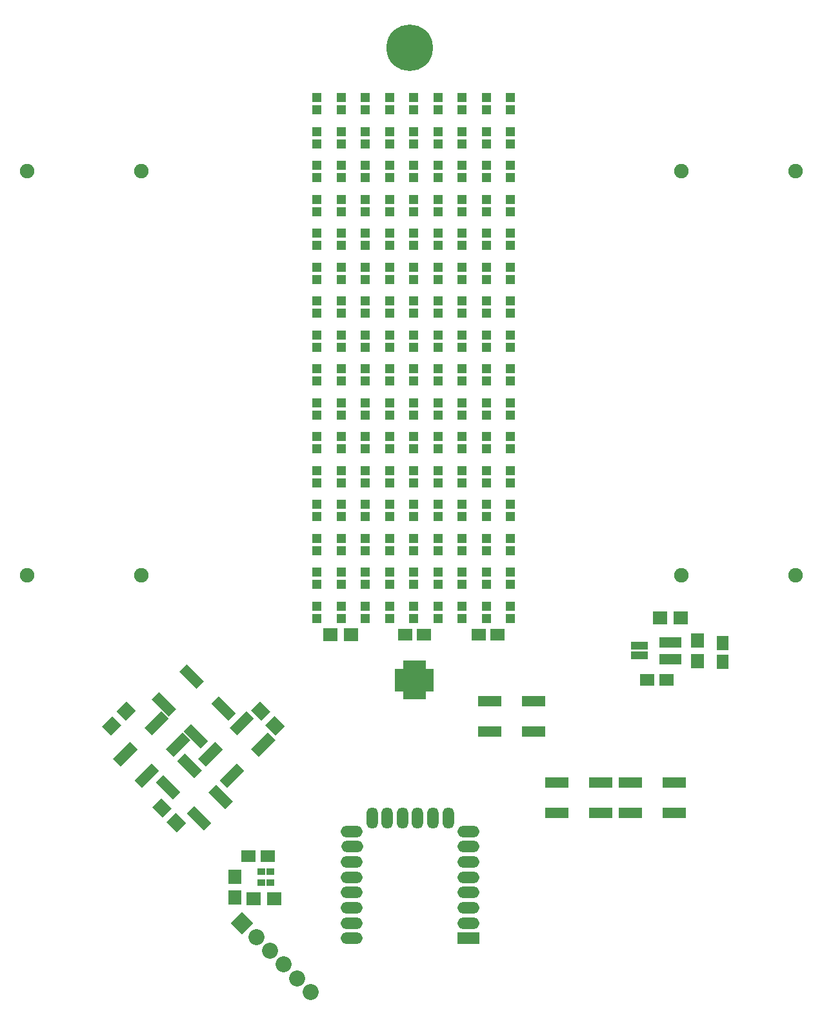
<source format=gts>
G04 #@! TF.FileFunction,Soldermask,Top*
%FSLAX46Y46*%
G04 Gerber Fmt 4.6, Leading zero omitted, Abs format (unit mm)*
G04 Created by KiCad (PCBNEW 4.0.4-stable) date 05/15/17 11:58:30*
%MOMM*%
%LPD*%
G01*
G04 APERTURE LIST*
%ADD10C,0.100000*%
%ADD11C,1.900000*%
%ADD12R,1.200000X1.200000*%
%ADD13R,1.900000X1.650000*%
%ADD14R,1.900000X1.700000*%
%ADD15C,2.100000*%
%ADD16C,6.100000*%
%ADD17R,2.900000X1.500000*%
%ADD18O,2.900000X1.500000*%
%ADD19O,1.500000X2.800000*%
%ADD20R,1.700000X1.900000*%
%ADD21R,0.600000X1.200000*%
%ADD22R,1.200000X0.600000*%
%ADD23R,1.600000X1.600000*%
%ADD24R,1.000000X0.850000*%
%ADD25R,3.150000X1.400000*%
%ADD26R,1.050000X1.460000*%
%ADD27R,1.650000X1.900000*%
%ADD28R,2.200000X1.000000*%
G04 APERTURE END LIST*
D10*
G36*
X57116135Y-115925414D02*
X58106085Y-114935464D01*
X60333471Y-117162850D01*
X59343521Y-118152800D01*
X57116135Y-115925414D01*
X57116135Y-115925414D01*
G37*
G36*
X52924406Y-111733685D02*
X53914356Y-110743735D01*
X56141742Y-112971121D01*
X55151792Y-113961071D01*
X52924406Y-111733685D01*
X52924406Y-111733685D01*
G37*
G36*
X49275735Y-115382356D02*
X50265685Y-114392406D01*
X52493071Y-116619792D01*
X51503121Y-117609742D01*
X49275735Y-115382356D01*
X49275735Y-115382356D01*
G37*
G36*
X53467464Y-119574085D02*
X54457414Y-118584135D01*
X56684800Y-120811521D01*
X55694850Y-121801471D01*
X53467464Y-119574085D01*
X53467464Y-119574085D01*
G37*
D11*
X118738000Y-46060000D03*
X133738000Y-46060000D03*
X133738000Y-99060000D03*
X118738000Y-99060000D03*
X32886000Y-46060000D03*
X47886000Y-46060000D03*
X47886000Y-99060000D03*
X32886000Y-99060000D03*
D12*
X96378000Y-38071000D03*
X96378000Y-36471000D03*
X96378000Y-42516000D03*
X96378000Y-40916000D03*
X96378000Y-46961000D03*
X96378000Y-45361000D03*
X96378000Y-51406000D03*
X96378000Y-49806000D03*
X96378000Y-55851000D03*
X96378000Y-54251000D03*
X96378000Y-60296000D03*
X96378000Y-58696000D03*
X96378000Y-64741000D03*
X96378000Y-63141000D03*
X96378000Y-69186000D03*
X96378000Y-67586000D03*
X96378000Y-73631000D03*
X96378000Y-72031000D03*
X96378000Y-78076000D03*
X96378000Y-76476000D03*
X96378000Y-82521000D03*
X96378000Y-80921000D03*
X96378000Y-86966000D03*
X96378000Y-85366000D03*
X96378000Y-91411000D03*
X96378000Y-89811000D03*
X96378000Y-95856000D03*
X96378000Y-94256000D03*
X96378000Y-100301000D03*
X96378000Y-98701000D03*
X96378000Y-104746000D03*
X96378000Y-103146000D03*
D13*
X92158500Y-106870500D03*
X94658500Y-106870500D03*
D12*
X93203000Y-38071000D03*
X93203000Y-36471000D03*
X93203000Y-42516000D03*
X93203000Y-40916000D03*
X93203000Y-46961000D03*
X93203000Y-45361000D03*
X93203000Y-51406000D03*
X93203000Y-49806000D03*
X93203000Y-55851000D03*
X93203000Y-54251000D03*
X93203000Y-60296000D03*
X93203000Y-58696000D03*
X93203000Y-64741000D03*
X93203000Y-63141000D03*
X93203000Y-69186000D03*
X93203000Y-67586000D03*
X93203000Y-73631000D03*
X93203000Y-72031000D03*
X93203000Y-78076000D03*
X93203000Y-76476000D03*
X93203000Y-82521000D03*
X93203000Y-80921000D03*
X93203000Y-86966000D03*
X93203000Y-85366000D03*
X93203000Y-91411000D03*
X93203000Y-89811000D03*
X93203000Y-95856000D03*
X93203000Y-94256000D03*
X93203000Y-100301000D03*
X93203000Y-98701000D03*
X93203000Y-104746000D03*
X93203000Y-103146000D03*
D13*
X85006500Y-106870500D03*
X82506500Y-106870500D03*
D12*
X90028000Y-38071000D03*
X90028000Y-36471000D03*
X90028000Y-42516000D03*
X90028000Y-40916000D03*
X90028000Y-46961000D03*
X90028000Y-45361000D03*
X90028000Y-51406000D03*
X90028000Y-49806000D03*
X90028000Y-55851000D03*
X90028000Y-54251000D03*
X90028000Y-60296000D03*
X90028000Y-58696000D03*
X90028000Y-64741000D03*
X90028000Y-63141000D03*
X90028000Y-69186000D03*
X90028000Y-67586000D03*
X90028000Y-73631000D03*
X90028000Y-72031000D03*
X90028000Y-78076000D03*
X90028000Y-76476000D03*
X90028000Y-82521000D03*
X90028000Y-80921000D03*
X90028000Y-86966000D03*
X90028000Y-85366000D03*
X90028000Y-91411000D03*
X90028000Y-89811000D03*
X90028000Y-95856000D03*
X90028000Y-94256000D03*
X90028000Y-100301000D03*
X90028000Y-98701000D03*
X90028000Y-104746000D03*
X90028000Y-103146000D03*
X86853000Y-38071000D03*
X86853000Y-36471000D03*
X86853000Y-42516000D03*
X86853000Y-40916000D03*
X86853000Y-46961000D03*
X86853000Y-45361000D03*
X86853000Y-51406000D03*
X86853000Y-49806000D03*
X86853000Y-55851000D03*
X86853000Y-54251000D03*
X86853000Y-60296000D03*
X86853000Y-58696000D03*
X86853000Y-64741000D03*
X86853000Y-63141000D03*
X86853000Y-69186000D03*
X86853000Y-67586000D03*
X86853000Y-73631000D03*
X86853000Y-72031000D03*
X86853000Y-78076000D03*
X86853000Y-76476000D03*
X86853000Y-82521000D03*
X86853000Y-80921000D03*
X86853000Y-86966000D03*
X86853000Y-85366000D03*
X86853000Y-91411000D03*
X86853000Y-89811000D03*
X86853000Y-95856000D03*
X86853000Y-94256000D03*
X86853000Y-100301000D03*
X86853000Y-98701000D03*
X86853000Y-104746000D03*
X86853000Y-103146000D03*
X83678000Y-38071000D03*
X83678000Y-36471000D03*
X83678000Y-42516000D03*
X83678000Y-40916000D03*
X83678000Y-46961000D03*
X83678000Y-45361000D03*
X83678000Y-51406000D03*
X83678000Y-49806000D03*
X83678000Y-55851000D03*
X83678000Y-54251000D03*
X83678000Y-60296000D03*
X83678000Y-58696000D03*
X83678000Y-64741000D03*
X83678000Y-63141000D03*
X83678000Y-69186000D03*
X83678000Y-67586000D03*
X83678000Y-73631000D03*
X83678000Y-72031000D03*
X83678000Y-78076000D03*
X83678000Y-76476000D03*
X83678000Y-82521000D03*
X83678000Y-80921000D03*
X83678000Y-86966000D03*
X83678000Y-85366000D03*
X83678000Y-91411000D03*
X83678000Y-89811000D03*
X83678000Y-95856000D03*
X83678000Y-94256000D03*
X83678000Y-100301000D03*
X83678000Y-98701000D03*
X83678000Y-104746000D03*
X83678000Y-103146000D03*
X80503000Y-38071000D03*
X80503000Y-36471000D03*
X80503000Y-42516000D03*
X80503000Y-40916000D03*
X80503000Y-46961000D03*
X80503000Y-45361000D03*
X80503000Y-51406000D03*
X80503000Y-49806000D03*
X80503000Y-55851000D03*
X80503000Y-54251000D03*
X80503000Y-60296000D03*
X80503000Y-58696000D03*
X80503000Y-64741000D03*
X80503000Y-63141000D03*
X80503000Y-69186000D03*
X80503000Y-67586000D03*
X80503000Y-73631000D03*
X80503000Y-72031000D03*
X80503000Y-78076000D03*
X80503000Y-76476000D03*
X80503000Y-82521000D03*
X80503000Y-80921000D03*
X80503000Y-86966000D03*
X80503000Y-85366000D03*
X80503000Y-91411000D03*
X80503000Y-89811000D03*
X80503000Y-95856000D03*
X80503000Y-94256000D03*
X80503000Y-100301000D03*
X80503000Y-98701000D03*
X80503000Y-104746000D03*
X80503000Y-103146000D03*
X77328000Y-38071000D03*
X77328000Y-36471000D03*
X77328000Y-42516000D03*
X77328000Y-40916000D03*
X77328000Y-46961000D03*
X77328000Y-45361000D03*
X77328000Y-51406000D03*
X77328000Y-49806000D03*
X77328000Y-55851000D03*
X77328000Y-54251000D03*
X77328000Y-60296000D03*
X77328000Y-58696000D03*
X77328000Y-64741000D03*
X77328000Y-63141000D03*
X77328000Y-69186000D03*
X77328000Y-67586000D03*
X77328000Y-73631000D03*
X77328000Y-72031000D03*
X77328000Y-78076000D03*
X77328000Y-76476000D03*
X77328000Y-82521000D03*
X77328000Y-80921000D03*
X77328000Y-86966000D03*
X77328000Y-85366000D03*
X77328000Y-91411000D03*
X77328000Y-89811000D03*
X77328000Y-95856000D03*
X77328000Y-94256000D03*
X77328000Y-100301000D03*
X77328000Y-98701000D03*
X77328000Y-104746000D03*
X77328000Y-103146000D03*
X74153000Y-38071000D03*
X74153000Y-36471000D03*
X74153000Y-42516000D03*
X74153000Y-40916000D03*
X74153000Y-46961000D03*
X74153000Y-45361000D03*
X74153000Y-51406000D03*
X74153000Y-49806000D03*
X74153000Y-55851000D03*
X74153000Y-54251000D03*
X74153000Y-60296000D03*
X74153000Y-58696000D03*
X74153000Y-64741000D03*
X74153000Y-63141000D03*
X74153000Y-69186000D03*
X74153000Y-67586000D03*
X74153000Y-73631000D03*
X74153000Y-72031000D03*
X74153000Y-78076000D03*
X74153000Y-76476000D03*
X74153000Y-82521000D03*
X74153000Y-80921000D03*
X74153000Y-86966000D03*
X74153000Y-85366000D03*
X74153000Y-91411000D03*
X74153000Y-89811000D03*
X74153000Y-95856000D03*
X74153000Y-94256000D03*
X74153000Y-100301000D03*
X74153000Y-98701000D03*
X74153000Y-104746000D03*
X74153000Y-103146000D03*
X70978000Y-38071000D03*
X70978000Y-36471000D03*
X70978000Y-42516000D03*
X70978000Y-40916000D03*
X70978000Y-46961000D03*
X70978000Y-45361000D03*
X70978000Y-51406000D03*
X70978000Y-49806000D03*
X70978000Y-55851000D03*
X70978000Y-54251000D03*
X70978000Y-60296000D03*
X70978000Y-58696000D03*
X70978000Y-64741000D03*
X70978000Y-63141000D03*
X70978000Y-69186000D03*
X70978000Y-67586000D03*
X70978000Y-73631000D03*
X70978000Y-72031000D03*
X70978000Y-78076000D03*
X70978000Y-76476000D03*
X70978000Y-82521000D03*
X70978000Y-80921000D03*
X70978000Y-86966000D03*
X70978000Y-85366000D03*
X70978000Y-91411000D03*
X70978000Y-89811000D03*
X70978000Y-95856000D03*
X70978000Y-94256000D03*
X70978000Y-100301000D03*
X70978000Y-98701000D03*
X70978000Y-104746000D03*
X70978000Y-103146000D03*
D14*
X72754500Y-106870500D03*
X75454500Y-106870500D03*
D10*
G36*
X61150000Y-146184924D02*
X59665076Y-144700000D01*
X61150000Y-143215076D01*
X62634924Y-144700000D01*
X61150000Y-146184924D01*
X61150000Y-146184924D01*
G37*
D15*
X62946051Y-146496051D02*
X62946051Y-146496051D01*
X64742102Y-148292102D02*
X64742102Y-148292102D01*
X66538154Y-150088154D02*
X66538154Y-150088154D01*
X68334205Y-151884205D02*
X68334205Y-151884205D01*
X70130256Y-153680256D02*
X70130256Y-153680256D01*
D16*
X83150000Y-29900000D03*
D17*
X90870000Y-146685000D03*
D18*
X90870000Y-144685000D03*
X90870000Y-142685000D03*
X90870000Y-140685000D03*
X90870000Y-138685000D03*
X90870000Y-136685000D03*
X90870000Y-134685000D03*
X90870000Y-132685000D03*
X75470000Y-132685000D03*
X75570000Y-134685000D03*
X75470000Y-136685000D03*
X75470000Y-138685000D03*
X75470000Y-140685000D03*
X75470000Y-142685000D03*
X75470000Y-144685000D03*
X75470000Y-146685000D03*
D19*
X88180000Y-130935000D03*
X86180000Y-130935000D03*
X84180000Y-130935000D03*
X82180000Y-130935000D03*
X80180000Y-130935000D03*
X78180000Y-130935000D03*
D13*
X61996000Y-135890000D03*
X64496000Y-135890000D03*
D14*
X62658000Y-141478000D03*
X65358000Y-141478000D03*
D20*
X60198000Y-141304000D03*
X60198000Y-138604000D03*
D21*
X82556500Y-114789500D03*
X82956500Y-114789500D03*
X83356500Y-114789500D03*
X83756500Y-114789500D03*
X84156500Y-114789500D03*
X84556500Y-114789500D03*
X84956500Y-114789500D03*
D22*
X85706500Y-114039500D03*
X85706500Y-113639500D03*
X85706500Y-113239500D03*
X85706500Y-112839500D03*
X85706500Y-112439500D03*
X85706500Y-112039500D03*
X85706500Y-111639500D03*
D21*
X84956500Y-110889500D03*
X84556500Y-110889500D03*
X84156500Y-110889500D03*
X83756500Y-110889500D03*
X83356500Y-110889500D03*
X82956500Y-110889500D03*
X82556500Y-110889500D03*
D22*
X81806500Y-111639500D03*
X81806500Y-112039500D03*
X81806500Y-112439500D03*
X81806500Y-112839500D03*
X81806500Y-113239500D03*
X81806500Y-113639500D03*
X81806500Y-114039500D03*
D23*
X84356500Y-112239500D03*
X83156500Y-112239500D03*
X84356500Y-113439500D03*
X83156500Y-113439500D03*
D24*
X64862000Y-137984000D03*
X63662000Y-137984000D03*
X63662000Y-139384000D03*
X64862000Y-139384000D03*
D10*
G36*
X66743386Y-118881305D02*
X65541305Y-120083386D01*
X64197802Y-118739883D01*
X65399883Y-117537802D01*
X66743386Y-118881305D01*
X66743386Y-118881305D01*
G37*
G36*
X64834198Y-116972117D02*
X63632117Y-118174198D01*
X62288614Y-116830695D01*
X63490695Y-115628614D01*
X64834198Y-116972117D01*
X64834198Y-116972117D01*
G37*
G36*
X43932695Y-120083386D02*
X42730614Y-118881305D01*
X44074117Y-117537802D01*
X45276198Y-118739883D01*
X43932695Y-120083386D01*
X43932695Y-120083386D01*
G37*
G36*
X45841883Y-118174198D02*
X44639802Y-116972117D01*
X45983305Y-115628614D01*
X47185386Y-116830695D01*
X45841883Y-118174198D01*
X45841883Y-118174198D01*
G37*
G36*
X49334614Y-129530695D02*
X50536695Y-128328614D01*
X51880198Y-129672117D01*
X50678117Y-130874198D01*
X49334614Y-129530695D01*
X49334614Y-129530695D01*
G37*
G36*
X51243802Y-131439883D02*
X52445883Y-130237802D01*
X53789386Y-131581305D01*
X52587305Y-132783386D01*
X51243802Y-131439883D01*
X51243802Y-131439883D01*
G37*
D25*
X93640000Y-119602000D03*
X99400000Y-119602000D03*
X99400000Y-115602000D03*
X93640000Y-115602000D03*
D10*
G36*
X60448464Y-123762013D02*
X61438414Y-124751963D01*
X59211028Y-126979349D01*
X58221078Y-125989399D01*
X60448464Y-123762013D01*
X60448464Y-123762013D01*
G37*
G36*
X64521399Y-119689078D02*
X65511349Y-120679028D01*
X63283963Y-122906414D01*
X62294013Y-121916464D01*
X64521399Y-119689078D01*
X64521399Y-119689078D01*
G37*
G36*
X61692972Y-116860651D02*
X62682922Y-117850601D01*
X60455536Y-120077987D01*
X59465586Y-119088037D01*
X61692972Y-116860651D01*
X61692972Y-116860651D01*
G37*
G36*
X57620037Y-120933586D02*
X58609987Y-121923536D01*
X56382601Y-124150922D01*
X55392651Y-123160972D01*
X57620037Y-120933586D01*
X57620037Y-120933586D01*
G37*
G36*
X49279536Y-120077987D02*
X48289586Y-119088037D01*
X50516972Y-116860651D01*
X51506922Y-117850601D01*
X49279536Y-120077987D01*
X49279536Y-120077987D01*
G37*
G36*
X45206601Y-124150922D02*
X44216651Y-123160972D01*
X46444037Y-120933586D01*
X47433987Y-121923536D01*
X45206601Y-124150922D01*
X45206601Y-124150922D01*
G37*
G36*
X48035028Y-126979349D02*
X47045078Y-125989399D01*
X49272464Y-123762013D01*
X50262414Y-124751963D01*
X48035028Y-126979349D01*
X48035028Y-126979349D01*
G37*
G36*
X52107963Y-122906414D02*
X51118013Y-121916464D01*
X53345399Y-119689078D01*
X54335349Y-120679028D01*
X52107963Y-122906414D01*
X52107963Y-122906414D01*
G37*
G36*
X53021987Y-127504464D02*
X52032037Y-128494414D01*
X49804651Y-126267028D01*
X50794601Y-125277078D01*
X53021987Y-127504464D01*
X53021987Y-127504464D01*
G37*
G36*
X57094922Y-131577399D02*
X56104972Y-132567349D01*
X53877586Y-130339963D01*
X54867536Y-129350013D01*
X57094922Y-131577399D01*
X57094922Y-131577399D01*
G37*
G36*
X59923349Y-128748972D02*
X58933399Y-129738922D01*
X56706013Y-127511536D01*
X57695963Y-126521586D01*
X59923349Y-128748972D01*
X59923349Y-128748972D01*
G37*
G36*
X55850414Y-124676037D02*
X54860464Y-125665987D01*
X52633078Y-123438601D01*
X53623028Y-122448651D01*
X55850414Y-124676037D01*
X55850414Y-124676037D01*
G37*
D25*
X102403000Y-130270000D03*
X108163000Y-130270000D03*
X108163000Y-126270000D03*
X102403000Y-126270000D03*
X112055000Y-130270000D03*
X117815000Y-130270000D03*
X117815000Y-126270000D03*
X112055000Y-126270000D03*
D26*
X116398000Y-110066000D03*
X117348000Y-110066000D03*
X118298000Y-110066000D03*
X118298000Y-107866000D03*
X116398000Y-107866000D03*
X117348000Y-107866000D03*
D13*
X116820000Y-112776000D03*
X114320000Y-112776000D03*
D27*
X124206000Y-110470000D03*
X124206000Y-107970000D03*
D28*
X113284000Y-109591000D03*
X113284000Y-108341000D03*
D14*
X115998000Y-104648000D03*
X118698000Y-104648000D03*
D20*
X120904000Y-110316000D03*
X120904000Y-107616000D03*
M02*

</source>
